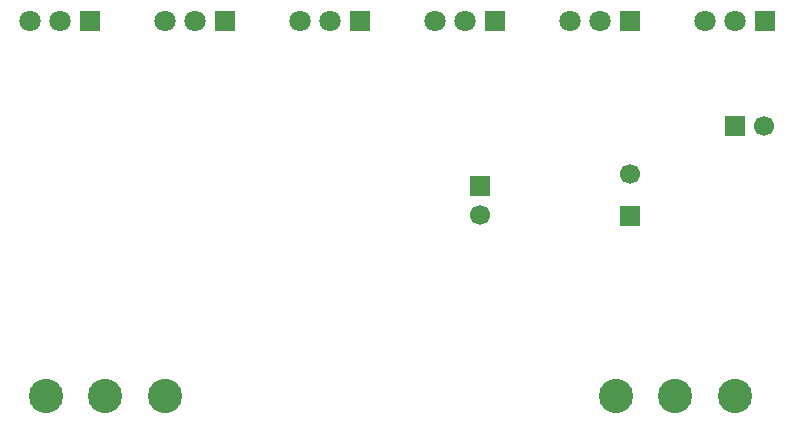
<source format=gbs>
G04 #@! TF.FileFunction,Soldermask,Bot*
%FSLAX46Y46*%
G04 Gerber Fmt 4.6, Leading zero omitted, Abs format (unit mm)*
G04 Created by KiCad (PCBNEW 4.0.2-stable) date 2016年05月15日日曜日 13:14:42*
%MOMM*%
G01*
G04 APERTURE LIST*
%ADD10C,0.100000*%
%ADD11C,1.700000*%
%ADD12R,1.700000X1.700000*%
%ADD13R,1.797000X1.797000*%
%ADD14C,1.797000*%
%ADD15C,2.899360*%
G04 APERTURE END LIST*
D10*
D11*
X199390000Y-110450000D03*
D12*
X199390000Y-107950000D03*
D11*
X212090000Y-106990000D03*
D12*
X212090000Y-110490000D03*
D11*
X223480000Y-102870000D03*
D12*
X220980000Y-102870000D03*
D13*
X223520000Y-93980000D03*
D14*
X220980000Y-93980000D03*
X218440000Y-93980000D03*
D13*
X212090000Y-93980000D03*
D14*
X209550000Y-93980000D03*
X207010000Y-93980000D03*
D13*
X200660000Y-93980000D03*
D14*
X198120000Y-93980000D03*
X195580000Y-93980000D03*
D13*
X189230000Y-93980000D03*
D14*
X186690000Y-93980000D03*
X184150000Y-93980000D03*
D13*
X177800000Y-93980000D03*
D14*
X175260000Y-93980000D03*
X172720000Y-93980000D03*
D13*
X166370000Y-93980000D03*
D14*
X163830000Y-93980000D03*
X161290000Y-93980000D03*
D15*
X215978740Y-125730000D03*
X210977480Y-125730000D03*
X220980000Y-125730000D03*
X167718740Y-125730000D03*
X162717480Y-125730000D03*
X172720000Y-125730000D03*
M02*

</source>
